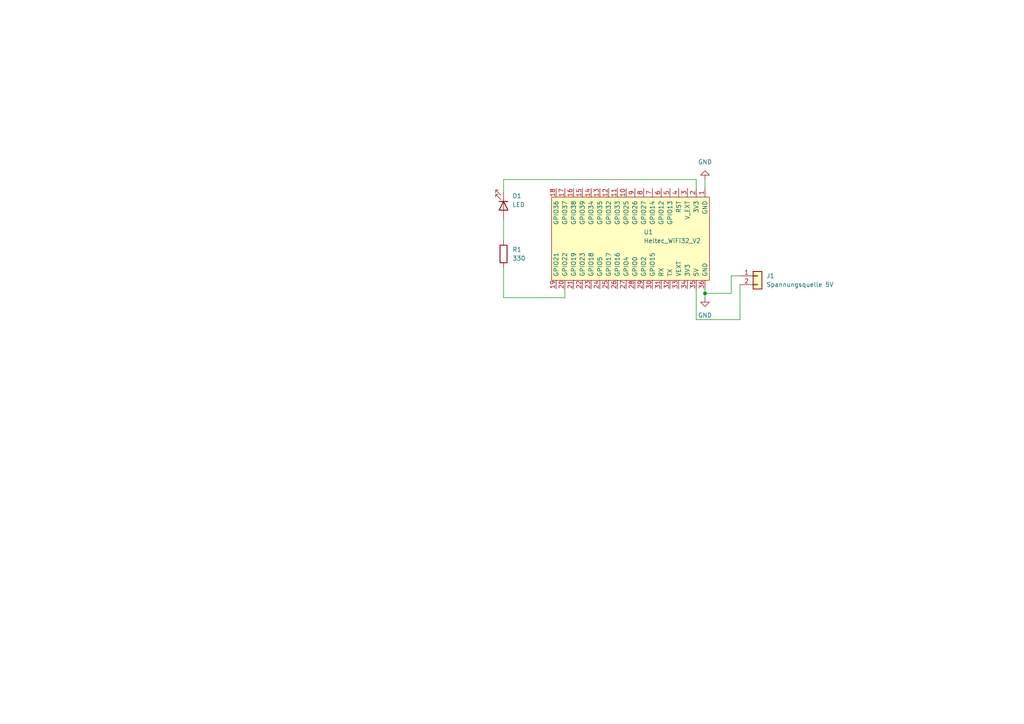
<source format=kicad_sch>
(kicad_sch (version 20211123) (generator eeschema)
  (paper "A4")
  (lib_symbols
    (symbol "Connector_Generic:Conn_01x02" (pin_names (offset 1.016) hide)
      (property "Reference" "J" (at 0 2.54 0))
      (property "Value" "Conn_01x02" (at 0 -5.08 0))
      (symbol "Conn_01x02_1_1"
        (rectangle (start -1.27 -2.413) (end 0 -2.667) (stroke (width 0.1524)))
        (rectangle (start -1.27 0.127) (end 0 -0.127) (stroke (width 0.1524)))
        (rectangle (start -1.27 1.27) (end 1.27 -3.81) (stroke (width 0.254)) (fill (type background)))
        (pin passive line (at -5.08 0 0) (length 3.81) (name "Pin_1") (number "1"))
        (pin passive line (at -5.08 -2.54 0) (length 3.81) (name "Pin_2") (number "2"))
      )
    )
    (symbol "Device:LED" (pin_numbers hide) (pin_names (offset 1.016) hide)
      (property "Reference" "D" (at 0 2.54 0))
      (property "Value" "LED" (at 0 -2.54 0))
      (symbol "LED_0_1"
        (polyline (pts (xy -1.27 -1.27) (xy -1.27 1.27)) (stroke (width 0.254)))
        (polyline (pts (xy -1.27 0) (xy 1.27 0)))
        (polyline (pts (xy 1.27 -1.27) (xy 1.27 1.27) (xy -1.27 0) (xy 1.27 -1.27)) (stroke (width 0.254)))
        (polyline (pts (xy -3.048 -0.762) (xy -4.572 -2.286) (xy -3.81 -2.286) (xy -4.572 -2.286) (xy -4.572 -1.524)))
        (polyline (pts (xy -1.778 -0.762) (xy -3.302 -2.286) (xy -2.54 -2.286) (xy -3.302 -2.286) (xy -3.302 -1.524)))
      )
      (symbol "LED_1_1"
        (pin passive line (at -3.81 0 0) (length 2.54) (name "K") (number "1"))
        (pin passive line (at 3.81 0 180) (length 2.54) (name "A") (number "2"))
      )
    )
    (symbol "Device:R" (pin_numbers hide) (pin_names (offset 0))
      (property "Reference" "R" (at 2.032 0 90))
      (property "Value" "R" (at 0 0 90))
      (symbol "R_0_1"
        (rectangle (start -1.016 -2.54) (end 1.016 2.54) (stroke (width 0.254)))
      )
      (symbol "R_1_1"
        (pin passive line (at 0 3.81 270) (length 1.27) (name "~") (number "1"))
        (pin passive line (at 0 -3.81 90) (length 1.27) (name "~") (number "2"))
      )
    )
    (symbol "HeltecWifi32:Heltec_WiFi32_V2" (pin_names (offset 1.016))
      (property "Reference" "U?" (at -3.0606 -20.32 0))
      (property "Value" "Heltec_WiFi32_V2" (at -8.1406 -24.13 0))
      (symbol "Heltec_WiFi32_V2_0_1"
        (rectangle (start -12.7 22.86) (end 11.43 -22.86) (fill (type background)))
      )
      (symbol "Heltec_WiFi32_V2_1_1"
        (pin power_in line (at -15.24 21.59 0) (length 2.54) (name "GND") (number "1"))
        (pin bidirectional line (at -15.24 -1.27 0) (length 2.54) (name "GPIO25") (number "10"))
        (pin bidirectional line (at -15.24 -3.81 0) (length 2.54) (name "GPIO33") (number "11"))
        (pin bidirectional line (at -15.24 -6.35 0) (length 2.54) (name "GPIO32") (number "12"))
        (pin bidirectional line (at -15.24 -8.89 0) (length 2.54) (name "GPIO35") (number "13"))
        (pin bidirectional line (at -15.24 -11.43 0) (length 2.54) (name "GPIO34") (number "14"))
        (pin bidirectional line (at -15.24 -13.97 0) (length 2.54) (name "GPIO39") (number "15"))
        (pin bidirectional line (at -15.24 -16.51 0) (length 2.54) (name "GPIO38") (number "16"))
        (pin bidirectional line (at -15.24 -19.05 0) (length 2.54) (name "GPIO37") (number "17"))
        (pin bidirectional line (at -15.24 -21.59 0) (length 2.54) (name "GPIO36") (number "18"))
        (pin bidirectional line (at 13.97 -21.59 180) (length 2.54) (name "GPIO21") (number "19"))
        (pin power_in line (at -15.24 19.05 0) (length 2.54) (name "3V3") (number "2"))
        (pin bidirectional line (at 13.97 -19.05 180) (length 2.54) (name "GPIO22") (number "20"))
        (pin bidirectional line (at 13.97 -16.51 180) (length 2.54) (name "GPIO19") (number "21"))
        (pin bidirectional line (at 13.97 -13.97 180) (length 2.54) (name "GPIO23") (number "22"))
        (pin bidirectional line (at 13.97 -11.43 180) (length 2.54) (name "GPIO18") (number "23"))
        (pin bidirectional line (at 13.97 -8.89 180) (length 2.54) (name "GPIO5") (number "24"))
        (pin bidirectional line (at 13.97 -6.35 180) (length 2.54) (name "GPIO17") (number "25"))
        (pin bidirectional line (at 13.97 -3.81 180) (length 2.54) (name "GPIO16") (number "26"))
        (pin bidirectional line (at 13.97 -1.27 180) (length 2.54) (name "GPIO4") (number "27"))
        (pin bidirectional line (at 13.97 1.27 180) (length 2.54) (name "GPIO0") (number "28"))
        (pin bidirectional line (at 13.97 3.81 180) (length 2.54) (name "GPIO2") (number "29"))
        (pin power_in line (at -15.24 16.51 0) (length 2.54) (name "V_EXT") (number "3"))
        (pin bidirectional line (at 13.97 6.35 180) (length 2.54) (name "GPIO15") (number "30"))
        (pin bidirectional line (at 13.97 8.89 180) (length 2.54) (name "RX") (number "31"))
        (pin bidirectional line (at 13.97 11.43 180) (length 2.54) (name "TX") (number "32"))
        (pin bidirectional line (at 13.97 13.97 180) (length 2.54) (name "VEXT") (number "33"))
        (pin power_in line (at 13.97 16.51 180) (length 2.54) (name "3V3") (number "34"))
        (pin power_in line (at 13.97 19.05 180) (length 2.54) (name "5V") (number "35"))
        (pin power_in line (at 13.97 21.59 180) (length 2.54) (name "GND") (number "36"))
        (pin power_in line (at -15.24 13.97 0) (length 2.54) (name "RST") (number "4"))
        (pin bidirectional line (at -15.24 11.43 0) (length 2.54) (name "GPIO13") (number "5"))
        (pin bidirectional line (at -15.24 8.89 0) (length 2.54) (name "GPIO12") (number "6"))
        (pin input line (at -15.24 6.35 0) (length 2.54) (name "GPIO14") (number "7"))
        (pin bidirectional line (at -15.24 3.81 0) (length 2.54) (name "GPIO27") (number "8"))
        (pin bidirectional line (at -15.24 1.27 0) (length 2.54) (name "GPIO26") (number "9"))
      )
    )
    (symbol "power:GND" (power) (pin_names (offset 0))
      (property "Value" "GND" (at 0 -3.81 0))
      (symbol "GND_0_1"
        (polyline (pts (xy 0 0) (xy 0 -1.27) (xy 1.27 -1.27) (xy 0 -2.54) (xy -1.27 -1.27) (xy 0 -1.27)))
      )
      (symbol "GND_1_1"
        (pin power_in line (at 0 0 270) (length 0) hide (name "GND") (number "1"))
      )
    )
  )
  (junction (at 204.47 85.09))
  (wire (pts (xy 146.05 52.07) (xy 201.93 52.07)))
  (wire (pts (xy 204.47 52.07) (xy 204.47 54.61)))
  (wire (pts (xy 204.47 85.09) (xy 212.09 85.09)))
  (wire (pts (xy 146.05 77.47) (xy 146.05 86.36)))
  (wire (pts (xy 201.93 83.82) (xy 201.93 92.71)))
  (wire (pts (xy 201.93 92.71) (xy 214.63 92.71)))
  (wire (pts (xy 146.05 55.88) (xy 146.05 52.07)))
  (wire (pts (xy 163.83 86.36) (xy 146.05 86.36)))
  (wire (pts (xy 201.93 52.07) (xy 201.93 54.61)))
  (wire (pts (xy 146.05 63.5) (xy 146.05 69.85)))
  (wire (pts (xy 212.09 85.09) (xy 212.09 80.01)))
  (wire (pts (xy 212.09 80.01) (xy 214.63 80.01)))
  (wire (pts (xy 204.47 83.82) (xy 204.47 85.09)))
  (wire (pts (xy 204.47 85.09) (xy 204.47 86.36)))
  (wire (pts (xy 214.63 92.71) (xy 214.63 82.55)))
  (wire (pts (xy 163.83 83.82) (xy 163.83 86.36)))
  (symbol (lib_id "Device:LED") (at 146.05 59.69 270) (unit 1)
    (property "Reference" "D1" (at 148.59 56.8324 90) (effects (justify left)))
    (property "Value" "LED" (at 148.59 59.3724 90) (effects (justify left)))
    (property "Footprint" "LED_THT:LED_D5.0mm" (effects hide))
  )
  (symbol (lib_id "power:GND") (at 204.47 86.36 0) (unit 1)
    (property "Reference" "#PWR0101" (effects hide))
    (property "Value" "GND" (at 204.47 91.44 0))
  )
  (symbol (lib_id "HeltecWifi32:Heltec_WiFi32_V2") (at 182.88 69.85 270) (unit 1)
    (property "Reference" "U1" (at 186.69 67.31 90) (effects (justify left)))
    (property "Value" "Heltec_WiFi32_V2" (at 186.69 69.85 90) (effects (justify left)))
    (property "Footprint" "HeltecLibs:HeltecWifi32" (effects hide))
  )
  (symbol (lib_id "Device:R") (at 146.05 73.66 0) (unit 1)
    (property "Reference" "R1" (at 148.59 72.3899 0) (effects (justify left)))
    (property "Value" "330" (at 148.59 74.9299 0) (effects (justify left)))
    (property "Footprint" "Resistor_THT:R_Axial_DIN0207_L6.3mm_D2.5mm_P10.16mm_Horizontal" (effects hide))
  )
  (symbol (lib_id "Connector_Generic:Conn_01x02") (at 219.71 80.01 0) (unit 1)
    (property "Reference" "J1" (at 222.25 80.0099 0) (effects (justify left)))
    (property "Value" "Spannungsquelle 5V" (at 222.25 82.5499 0) (effects (justify left)))
    (property "Footprint" "Connector_PinSocket_2.54mm:PinSocket_1x02_P2.54mm_Vertical" (effects hide))
  )
  (symbol (lib_id "power:GND") (at 204.47 52.07 180) (unit 1)
    (property "Reference" "#PWR0102" (effects hide))
    (property "Value" "GND" (at 204.47 46.99 0))
  )
)
</source>
